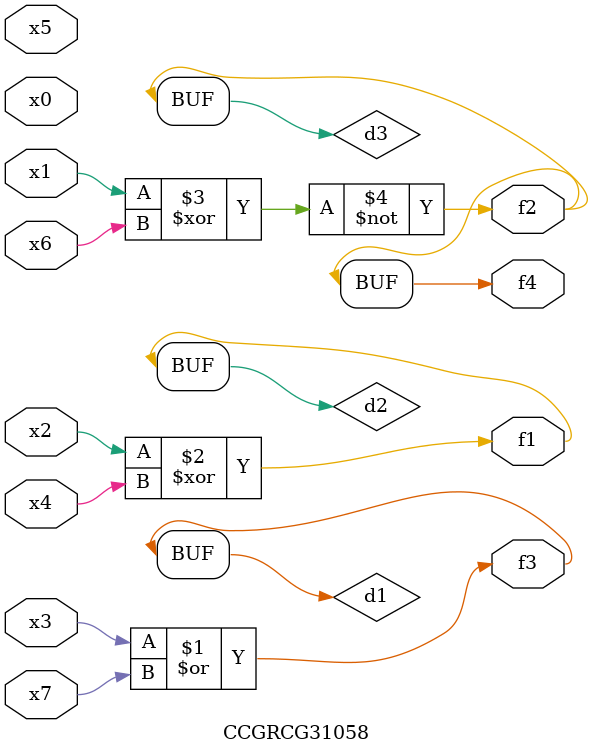
<source format=v>
module CCGRCG31058(
	input x0, x1, x2, x3, x4, x5, x6, x7,
	output f1, f2, f3, f4
);

	wire d1, d2, d3;

	or (d1, x3, x7);
	xor (d2, x2, x4);
	xnor (d3, x1, x6);
	assign f1 = d2;
	assign f2 = d3;
	assign f3 = d1;
	assign f4 = d3;
endmodule

</source>
